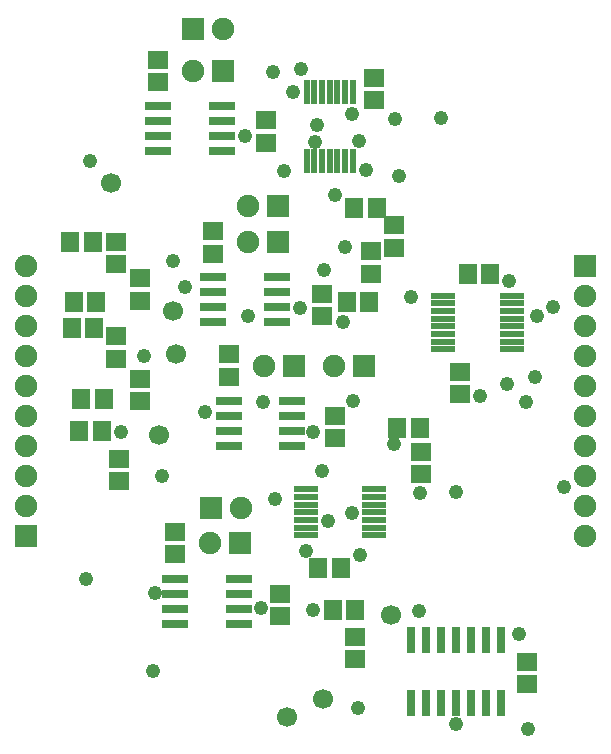
<source format=gbr>
G04 DipTrace 3.0.0.2*
G04 TopMask.gbr*
%MOIN*%
G04 #@! TF.FileFunction,Soldermask,Top*
G04 #@! TF.Part,Single*
%ADD15R,0.07874X0.023622*%
%ADD21R,0.023622X0.07874*%
%ADD29C,0.047874*%
%ADD33R,0.031496X0.086614*%
%ADD34C,0.066929*%
%ADD36C,0.074803*%
%ADD38R,0.074803X0.074803*%
%ADD40R,0.066929X0.059055*%
%ADD42R,0.059055X0.066929*%
%ADD44R,0.086614X0.031496*%
%FSLAX26Y26*%
G04*
G70*
G90*
G75*
G01*
G04 TopMask*
%LPD*%
D29*
X1397554Y1926379D3*
X1542230Y1877804D3*
X1442272Y1511682D3*
X1269469Y923579D3*
X1216596Y2498299D3*
X1713883Y1472364D3*
X1441454Y918051D3*
X1515801Y2300756D3*
X698425Y2414311D3*
X687157Y1021503D3*
X914382Y974062D3*
X907816Y716118D3*
X1081581Y1579171D3*
X2128690Y838198D3*
X1014612Y1995942D3*
X1795298Y916231D3*
X802281Y1511550D3*
X1477883Y2051740D3*
X1576148Y1614770D3*
X1770591Y1961837D3*
X1598606Y1102772D3*
X1573175Y1243063D3*
X2151400Y1612907D3*
X2000660Y1632780D3*
X2242972Y1929058D3*
X2188613Y1899787D3*
X2278667Y1327423D3*
X1570951Y2572413D3*
X1619112Y2383882D3*
X1227214Y1898000D3*
X976445Y2081353D3*
X1917979Y537873D3*
X2158159Y522322D3*
X1549625Y2127660D3*
X2095125Y2013619D3*
X879026Y1764785D3*
X1456986Y2535377D3*
X1402614Y2721286D3*
X1799081Y1307448D3*
X1920035Y1312631D3*
X2180949Y1695472D3*
X2090009Y1671041D3*
X938719Y1366828D3*
X1470824Y1382703D3*
X1276661Y1611066D3*
X1493340Y1215720D3*
X1346958Y2382290D3*
X1377316Y2645391D3*
X1317400Y1288196D3*
X1420399Y1114387D3*
X1715701Y2556062D3*
X1868071Y2559203D3*
X1450703Y2479365D3*
X1595156Y2483165D3*
X1728833Y2366667D3*
X1594050Y592478D3*
X1308848Y2711121D3*
D44*
X983156Y1022588D3*
Y972588D3*
Y922588D3*
Y872588D3*
X1195755D3*
Y922588D3*
Y972588D3*
Y1022588D3*
X1160993Y1614173D3*
Y1564173D3*
Y1514173D3*
Y1464173D3*
X1373592D3*
Y1514173D3*
Y1564173D3*
Y1614173D3*
X1110728Y2027559D3*
Y1977559D3*
Y1927559D3*
Y1877559D3*
X1323327D3*
Y1927559D3*
Y1977559D3*
Y2027559D3*
X925197Y2598425D3*
Y2548425D3*
Y2498425D3*
Y2448425D3*
X1137795D3*
Y2498425D3*
Y2548425D3*
Y2598425D3*
D42*
X1957551Y2038286D3*
X2032354D3*
D40*
X2155180Y745659D3*
Y670856D3*
D42*
X1460791Y1058114D3*
X1535594D3*
D40*
X1645471Y2693151D3*
Y2618348D3*
X1712408Y2201193D3*
Y2126390D3*
X1637000Y2039961D3*
Y2114764D3*
X1583819Y828903D3*
Y754100D3*
X1802829Y1445358D3*
Y1370555D3*
X787402Y2145669D3*
Y2070866D3*
X866142Y1948819D3*
Y2023622D3*
Y1614173D3*
Y1688976D3*
X787402Y1830709D3*
Y1755906D3*
X795975Y1421984D3*
Y1347181D3*
X1933604Y1712793D3*
Y1637990D3*
X1333509Y898194D3*
Y972997D3*
X1514488Y1491350D3*
Y1566154D3*
X1473202Y1898318D3*
Y1973121D3*
X1286546Y2475602D3*
Y2550406D3*
D38*
X485039Y1164173D3*
D36*
Y1264173D3*
Y1364173D3*
Y1464173D3*
Y1564173D3*
Y1664173D3*
Y1764173D3*
Y1864173D3*
Y1964173D3*
Y2064173D3*
D38*
X2349606D3*
D36*
Y1964173D3*
Y1864173D3*
Y1764173D3*
Y1664173D3*
Y1564173D3*
Y1464173D3*
Y1364173D3*
Y1264173D3*
Y1164173D3*
D38*
X1325836Y2264087D3*
D36*
X1225836D3*
D38*
X1043307Y2854331D3*
D36*
X1143307D3*
D38*
X1327264Y2145669D3*
D36*
X1227264D3*
D38*
X1141732Y2716535D3*
D36*
X1041732D3*
D38*
X1377529Y1732283D3*
D36*
X1277529D3*
D38*
X1613749D3*
D36*
X1513749D3*
D38*
X1199692Y1140698D3*
D36*
X1099692D3*
D38*
X1101266Y1258808D3*
D36*
X1201266D3*
D34*
X767717Y2342520D3*
X976339Y1916621D3*
X929682Y1501102D3*
X984252Y1771654D3*
X1475068Y623185D3*
X1357129Y562663D3*
X1702067Y900815D3*
D40*
X983156Y1180068D3*
Y1105265D3*
X1160993Y1771654D3*
Y1696850D3*
X1110728Y2106299D3*
Y2181102D3*
X925197Y2677165D3*
Y2751969D3*
D42*
X1582681Y918748D3*
X1507878D3*
X1798794Y1526508D3*
X1723991D3*
X1630571Y1946703D3*
X1555768D3*
X1654388Y2257430D3*
X1579585D3*
X745366Y1623404D3*
X670563D3*
X712843Y1857534D3*
X638039D3*
X708661Y2145669D3*
X633858D3*
X719115Y1946728D3*
X644312D3*
X738302Y1515891D3*
X663499D3*
D33*
X1768222Y606869D3*
X1818222D3*
X1868222D3*
X1918222D3*
X1968222D3*
X2018222D3*
X2068222D3*
Y819467D3*
X2018222D3*
X1968222D3*
X1918222D3*
X1868222D3*
X1818222D3*
X1768222D3*
D21*
X1421534Y2415740D3*
X1447125D3*
X1472715D3*
X1498306D3*
X1523896D3*
X1549487D3*
X1575077Y2415748D3*
Y2644087D3*
X1549487D3*
X1523896D3*
X1498306D3*
X1472715D3*
X1447125D3*
X1421534D3*
D15*
X1876661Y1966266D3*
Y1940676D3*
Y1915085D3*
Y1889495D3*
Y1863904D3*
Y1838314D3*
Y1812723D3*
Y1787133D3*
X2105016D3*
X2105008Y1812723D3*
Y1838314D3*
Y1863904D3*
Y1889495D3*
Y1915085D3*
Y1940676D3*
Y1966266D3*
X1418655Y1320608D3*
Y1295017D3*
Y1269427D3*
Y1243836D3*
Y1218245D3*
Y1192655D3*
X1418663Y1167064D3*
X1647001D3*
Y1192655D3*
Y1218245D3*
Y1243836D3*
Y1269427D3*
Y1295017D3*
Y1320608D3*
M02*

</source>
